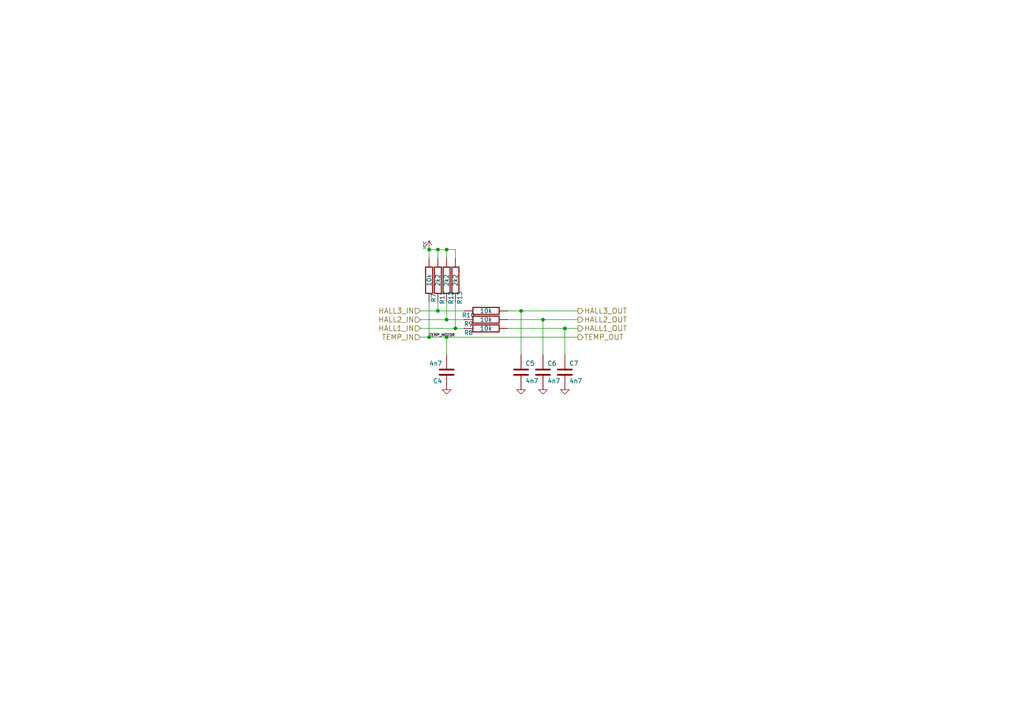
<source format=kicad_sch>
(kicad_sch (version 20211123) (generator eeschema)
  (paper "A4")
  (title_block (title "BLDC Driver 4.11") (date "21 aug 2015") (rev "4.12") (company "Benjamin Vedder"))
  (lib_symbols
    (symbol "BLDC_4-rescue:C-RESCUE-BLDC_4" (pin_numbers hide) (pin_names (offset 0.254))
      (property "Reference" "C" (at 0 2.54 0))
      (property "Value" "C-RESCUE-BLDC_4" (at 0.1524 -2.159 0))
      (symbol "C-RESCUE-BLDC_4_0_1"
        (polyline (pts (xy -2.032 -0.762) (xy 2.032 -0.762)) (stroke (width 0.508)))
        (polyline (pts (xy -2.032 0.762) (xy 2.032 0.762)) (stroke (width 0.508)))
      )
      (symbol "C-RESCUE-BLDC_4_1_1"
        (pin passive line (at 0 5.08 270) (length 4.318) (name "~") (number "1"))
        (pin passive line (at 0 -5.08 90) (length 4.318) (name "~") (number "2"))
      )
    )
    (symbol "BLDC_4-rescue:GND-RESCUE-BLDC_4" (power) (pin_names (offset 0))
      (symbol "GND-RESCUE-BLDC_4_0_1"
        (polyline (pts (xy -1.27 0) (xy 0 -1.27) (xy 1.27 0) (xy -1.27 0)))
      )
      (symbol "GND-RESCUE-BLDC_4_1_1"
        (pin power_in line (at 0 0 90) (length 0) hide (name "GND") (number "1"))
      )
    )
    (symbol "BLDC_4-rescue:R-RESCUE-BLDC_4" (pin_numbers hide) (pin_names (offset 0))
      (property "Reference" "R" (at 2.032 0 90))
      (property "Value" "R-RESCUE-BLDC_4" (at 0.1778 0.0254 90))
      (symbol "R-RESCUE-BLDC_4_0_1"
        (rectangle (start -1.016 3.81) (end 1.016 -3.81) (stroke (width 0.3048)))
      )
      (symbol "R-RESCUE-BLDC_4_1_1"
        (pin passive line (at 0 6.35 270) (length 2.54) (name "~") (number "1"))
        (pin passive line (at 0 -6.35 90) (length 2.54) (name "~") (number "2"))
      )
    )
    (symbol "power:VCC" (power) (pin_names (offset 0))
      (property "Value" "VCC" (at 0 3.81 0))
      (symbol "VCC_0_1"
        (polyline (pts (xy -0.762 1.27) (xy 0 2.54)))
        (polyline (pts (xy 0 0) (xy 0 2.54)))
        (polyline (pts (xy 0 2.54) (xy 0.762 1.27)))
      )
      (symbol "VCC_1_1"
        (pin power_in line (at 0 0 90) (length 0) hide (name "VCC") (number "1"))
      )
    )
  )
  (junction (at 129.54 92.71))
  (junction (at 151.13 90.17))
  (junction (at 127 90.17))
  (junction (at 132.08 95.25))
  (junction (at 129.54 72.39))
  (junction (at 129.54 97.79))
  (junction (at 163.83 95.25))
  (junction (at 124.46 72.39))
  (junction (at 157.48 92.71))
  (junction (at 124.46 97.79))
  (junction (at 127 72.39))
  (wire (pts (xy 151.13 90.17) (xy 167.64 90.17)))
  (wire (pts (xy 147.32 90.17) (xy 151.13 90.17)))
  (wire (pts (xy 129.54 72.39) (xy 129.54 74.93)))
  (wire (pts (xy 163.83 95.25) (xy 167.64 95.25)))
  (wire (pts (xy 132.08 87.63) (xy 132.08 95.25)))
  (wire (pts (xy 163.83 95.25) (xy 163.83 102.87)))
  (wire (pts (xy 124.46 87.63) (xy 124.46 97.79)))
  (wire (pts (xy 127 87.63) (xy 127 90.17)))
  (wire (pts (xy 121.92 92.71) (xy 129.54 92.71)))
  (wire (pts (xy 129.54 97.79) (xy 167.64 97.79)))
  (wire (pts (xy 147.32 95.25) (xy 163.83 95.25)))
  (wire (pts (xy 121.92 90.17) (xy 127 90.17)))
  (wire (pts (xy 121.92 97.79) (xy 124.46 97.79)))
  (wire (pts (xy 124.46 97.79) (xy 129.54 97.79)))
  (wire (pts (xy 157.48 92.71) (xy 157.48 102.87)))
  (wire (pts (xy 121.92 95.25) (xy 132.08 95.25)))
  (wire (pts (xy 132.08 95.25) (xy 134.62 95.25)))
  (wire (pts (xy 132.08 72.39) (xy 132.08 74.93)))
  (wire (pts (xy 127 74.93) (xy 127 72.39)))
  (wire (pts (xy 157.48 92.71) (xy 167.64 92.71)))
  (wire (pts (xy 129.54 97.79) (xy 129.54 102.87)))
  (wire (pts (xy 129.54 72.39) (xy 132.08 72.39)))
  (wire (pts (xy 127 90.17) (xy 134.62 90.17)))
  (wire (pts (xy 129.54 92.71) (xy 134.62 92.71)))
  (wire (pts (xy 129.54 87.63) (xy 129.54 92.71)))
  (wire (pts (xy 127 72.39) (xy 129.54 72.39)))
  (wire (pts (xy 124.46 72.39) (xy 124.46 74.93)))
  (wire (pts (xy 124.46 72.39) (xy 127 72.39)))
  (wire (pts (xy 147.32 92.71) (xy 157.48 92.71)))
  (wire (pts (xy 151.13 90.17) (xy 151.13 102.87)))
  (label "TEMP_MOTOR" (at 124.46 97.79 0) (effects (font (size 0.762 0.762))))
  (hierarchical_label "TEMP_IN" (shape input) (at 121.92 97.79 180) (effects (font (size 1.524 1.524))))
  (hierarchical_label "TEMP_OUT" (shape output) (at 167.64 97.79 0) (effects (font (size 1.524 1.524))))
  (hierarchical_label "HALL3_OUT" (shape output) (at 167.64 90.17 0) (effects (font (size 1.524 1.524))))
  (hierarchical_label "HALL3_IN" (shape input) (at 121.92 90.17 180) (effects (font (size 1.524 1.524))))
  (hierarchical_label "HALL1_IN" (shape input) (at 121.92 95.25 180) (effects (font (size 1.524 1.524))))
  (hierarchical_label "HALL2_OUT" (shape output) (at 167.64 92.71 0) (effects (font (size 1.524 1.524))))
  (hierarchical_label "HALL1_OUT" (shape output) (at 167.64 95.25 0) (effects (font (size 1.524 1.524))))
  (hierarchical_label "HALL2_IN" (shape input) (at 121.92 92.71 180) (effects (font (size 1.524 1.524))))
  (symbol (lib_id "BLDC_4-rescue:R-RESCUE-BLDC_4") (at 124.46 81.28 180) (unit 1)
    (property "Reference" "R7" (at 125.73 86.36 90))
    (property "Value" "10k" (at 124.46 81.28 90))
    (property "Footprint" "CRF1:SMD-0603_r" (effects hide))
  )
  (symbol (lib_id "BLDC_4-rescue:R-RESCUE-BLDC_4") (at 140.97 95.25 90) (unit 1)
    (property "Reference" "R8" (at 135.89 96.52 90))
    (property "Value" "10k" (at 140.97 95.25 90))
    (property "Footprint" "CRF1:SMD-0603_r" (effects hide))
  )
  (symbol (lib_id "BLDC_4-rescue:R-RESCUE-BLDC_4") (at 140.97 92.71 90) (unit 1)
    (property "Reference" "R9" (at 135.89 93.98 90))
    (property "Value" "10k" (at 140.97 92.71 90))
    (property "Footprint" "CRF1:SMD-0603_r" (effects hide))
  )
  (symbol (lib_id "BLDC_4-rescue:R-RESCUE-BLDC_4") (at 140.97 90.17 90) (unit 1)
    (property "Reference" "R10" (at 135.89 91.44 90))
    (property "Value" "10k" (at 140.97 90.17 90))
    (property "Footprint" "CRF1:SMD-0603_r" (effects hide))
  )
  (symbol (lib_id "BLDC_4-rescue:C-RESCUE-BLDC_4") (at 151.13 107.95 0) (unit 1)
    (property "Reference" "C5" (at 152.4 105.41 0) (effects (justify left)))
    (property "Value" "4n7" (at 152.4 110.49 0) (effects (justify left)))
    (property "Footprint" "CRF1:SMD-0603_c" (effects hide))
  )
  (symbol (lib_id "BLDC_4-rescue:C-RESCUE-BLDC_4") (at 157.48 107.95 0) (unit 1)
    (property "Reference" "C6" (at 158.75 105.41 0) (effects (justify left)))
    (property "Value" "4n7" (at 158.75 110.49 0) (effects (justify left)))
    (property "Footprint" "CRF1:SMD-0603_c" (effects hide))
  )
  (symbol (lib_id "BLDC_4-rescue:C-RESCUE-BLDC_4") (at 163.83 107.95 0) (unit 1)
    (property "Reference" "C7" (at 165.1 105.41 0) (effects (justify left)))
    (property "Value" "4n7" (at 165.1 110.49 0) (effects (justify left)))
    (property "Footprint" "CRF1:SMD-0603_c" (effects hide))
  )
  (symbol (lib_id "BLDC_4-rescue:GND-RESCUE-BLDC_4") (at 151.13 113.03 0) (unit 1)
    (property "Reference" "#PWR030" (effects hide))
    (property "Value" "GND" (effects hide))
  )
  (symbol (lib_id "BLDC_4-rescue:R-RESCUE-BLDC_4") (at 127 81.28 180) (unit 1)
    (property "Reference" "R11" (at 128.27 86.36 90))
    (property "Value" "2k2" (at 127 81.28 90))
    (property "Footprint" "CRF1:SMD-0603_r" (effects hide))
  )
  (symbol (lib_id "BLDC_4-rescue:R-RESCUE-BLDC_4") (at 129.54 81.28 180) (unit 1)
    (property "Reference" "R12" (at 130.81 86.36 90))
    (property "Value" "2k2" (at 129.54 81.28 90))
    (property "Footprint" "CRF1:SMD-0603_r" (effects hide))
  )
  (symbol (lib_id "BLDC_4-rescue:R-RESCUE-BLDC_4") (at 132.08 81.28 180) (unit 1)
    (property "Reference" "R13" (at 133.35 86.36 90))
    (property "Value" "2k2" (at 132.08 81.28 90))
    (property "Footprint" "CRF1:SMD-0603_r" (effects hide))
  )
  (symbol (lib_id "BLDC_4-rescue:C-RESCUE-BLDC_4") (at 129.54 107.95 180) (unit 1)
    (property "Reference" "C4" (at 128.27 110.49 0) (effects (justify left)))
    (property "Value" "4n7" (at 128.27 105.41 0) (effects (justify left)))
    (property "Footprint" "CRF1:SMD-0603_c" (effects hide))
  )
  (symbol (lib_id "BLDC_4-rescue:GND-RESCUE-BLDC_4") (at 129.54 113.03 0) (unit 1)
    (property "Reference" "#PWR031" (effects hide))
    (property "Value" "GND" (effects hide))
  )
  (symbol (lib_id "power:VCC") (at 124.46 72.39 0) (unit 1)
    (property "Reference" "#PWR032" (effects hide))
    (property "Value" "VCC" (at 123.19 71.12 90) (effects (font (size 0.762 0.762))))
  )
  (symbol (lib_id "BLDC_4-rescue:GND-RESCUE-BLDC_4") (at 157.48 113.03 0) (unit 1)
    (property "Reference" "#PWR033" (effects hide))
    (property "Value" "GND" (effects hide))
  )
  (symbol (lib_id "BLDC_4-rescue:GND-RESCUE-BLDC_4") (at 163.83 113.03 0) (unit 1)
    (property "Reference" "#PWR034" (effects hide))
    (property "Value" "GND" (effects hide))
  )
)
</source>
